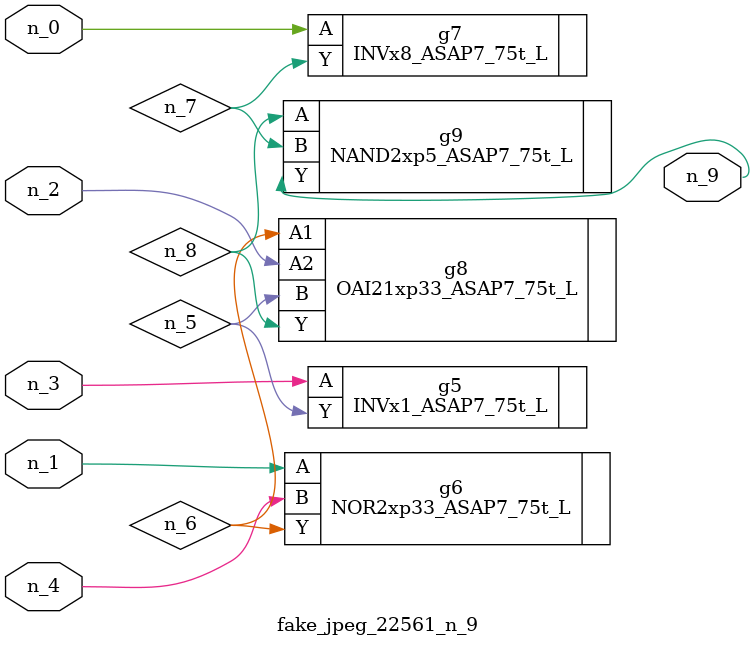
<source format=v>
module fake_jpeg_22561_n_9 (n_3, n_2, n_1, n_0, n_4, n_9);

input n_3;
input n_2;
input n_1;
input n_0;
input n_4;

output n_9;

wire n_8;
wire n_6;
wire n_5;
wire n_7;

INVx1_ASAP7_75t_L g5 ( 
.A(n_3),
.Y(n_5)
);

NOR2xp33_ASAP7_75t_L g6 ( 
.A(n_1),
.B(n_4),
.Y(n_6)
);

INVx8_ASAP7_75t_L g7 ( 
.A(n_0),
.Y(n_7)
);

OAI21xp33_ASAP7_75t_L g8 ( 
.A1(n_6),
.A2(n_2),
.B(n_5),
.Y(n_8)
);

NAND2xp5_ASAP7_75t_L g9 ( 
.A(n_8),
.B(n_7),
.Y(n_9)
);


endmodule
</source>
